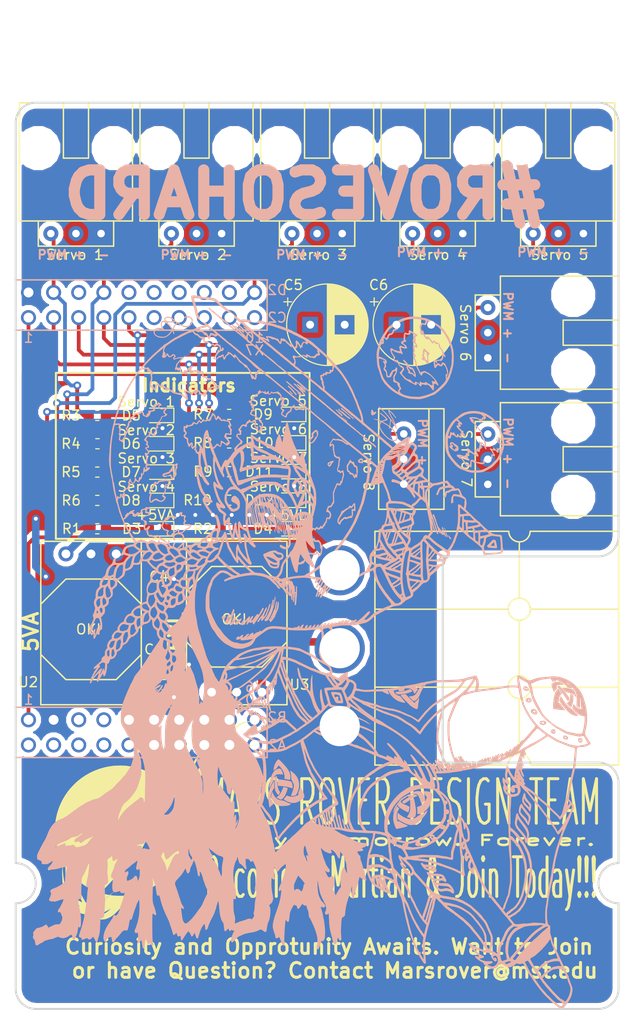
<source format=kicad_pcb>
(kicad_pcb (version 20171130) (host pcbnew "(5.1.2)-1")
  (layers (0 F.Cu signal) (31 B.Cu signal) (34 B.Paste user) (35 F.Paste user) (36 B.SilkS user) (37 F.SilkS user) (38 B.Mask user) (39 F.Mask user) (44 Edge.Cuts user))
  (net 0 "")
  (net 1 GND)
  (net 2 Servo_1_Ctrl)
  (net 3 Servo_2_Ctrl)
  (net 4 Servo_3_Ctrl)
  (net 5 Servo_4_Ctrl)
  (net 6 Servo_5_Ctrl)
  (net 7 Servo_6_Ctrl)
  (net 8 Servo_7_Ctrl)
  (net 9 Servo_8_Ctrl)
  (net 10 +5VL)
  (net 11 +5VA)
  (net 12 "Net-(D3-Pad2)")
  (net 13 "Net-(D4-Pad2)")
  (net 14 "Net-(D5-Pad2)")
  (net 15 "Net-(D6-Pad2)")
  (net 16 "Net-(D7-Pad2)")
  (net 17 "Net-(D8-Pad2)")
  (net 18 "Net-(D9-Pad2)")
  (net 19 "Net-(D10-Pad2)")
  (net 20 "Net-(D11-Pad2)")
  (net 21 "Net-(D12-Pad2)")
  (net 22 +12L)
  (net 23 +12VA)
  (net 24 "Net-(U1-PadPP5)")
  (net 25 "Net-(U1-PadPK7)")
  (net 26 "Net-(U1-PadPK6)")
  (net 27 "Net-(U1-PadPH1)")
  (net 28 "Net-(U1-PadPH0)")
  (net 29 "Net-(U1-PadPM2)")
  (net 30 "Net-(U1-PadPN4)")
  (net 31 "Net-(U1-PadPP4)")
  (net 32 "Net-(U1-PadPD5)")
  (net 33 "Net-(U1-PadPD4)")
  (net 34 "Net-(U1-PadPP1)")
  (net 35 "Net-(U1-PadPP0)")
  (net 36 "Net-(U1-PadPD2)")
  (net 37 "Net-(U1-PadPA5)")
  (net 38 "Net-(U1-PadPK3)")
  (net 39 "Net-(U1-PadPB5)")
  (net 40 "Net-(U1-PadPB4)")
  (net 41 "Net-(U1-PadPK1)")
  (net 42 "Net-(U1-PadPK2)")
  (net 43 "Net-(U1-PadPN5)")
  (net 44 "Net-(U1-PadRese')")
  (net 45 "Net-(U1-PadPA4)")
  (net 46 "Net-(U1-PadPQ0)")
  (net 47 "Net-(U1-PadPP3)")
  (net 48 "Net-(U1-PadPQ3)")
  (net 49 "Net-(U1-PadPK0)")
  (net 50 "Net-(U1-PadPQ2)")
  (net 51 "Net-(U1-PadPQ1)")
  (module MRDT_Silkscreens:0_MRDT_Logo_20mm (layer F.Cu) (at 106.934 134.366)
    (fp_text reference G*** hide)
    (fp_text value LOGO hide)
  )
  (module MRDT_Silkscreens:zz_Valkyrie_Logo_Full_58.4mmx76mm (layer B.Cu) (at 123.444 116.586 180)
    (fp_text reference G*** hide)
    (fp_text value LOGO hide)
  )
  (module MRDT_Devices:OKI_Horizontal (layer F.Cu) (at 95.504 106.172)
    (fp_text reference U2 (at -1.27 14.224) (layer F.SilkS))
    (fp_text value OKI (at 4.826 8.89) (layer F.SilkS))
    (pad 3 thru_hole circle (at 7.62 1.27) (size 1.524 1.524) (drill 0.889) (layers *.Cu *.Mask) (net 11 +5VA))
    (pad 2 thru_hole circle (at 5.08 1.27) (size 1.524 1.524) (drill 0.889) (layers *.Cu *.Mask) (net 1 GND))
    (pad 1 thru_hole circle (at 2.54 1.27) (size 1.524 1.524) (drill 0.889) (layers *.Cu *.Mask) (net 23 +12VA))
  )
  (module MRDT_Devices:OKI_Horizontal (layer F.Cu) (at 120.396 122.682 180)
    (fp_text reference U3 (at -1.27 2.032 180) (layer F.SilkS))
    (fp_text value OKI (at 5.334 8.636 180) (layer F.SilkS))
    (pad 3 thru_hole circle (at 7.62 1.27 180) (size 1.524 1.524) (drill 0.889) (layers *.Cu *.Mask) (net 10 +5VL))
    (pad 2 thru_hole circle (at 5.08 1.27 180) (size 1.524 1.524) (drill 0.889) (layers *.Cu *.Mask) (net 1 GND))
    (pad 1 thru_hole circle (at 2.54 1.27 180) (size 1.524 1.524) (drill 0.889) (layers *.Cu *.Mask) (net 22 +12L))
  )
  (module MRDT_Connectors:MOLEX_SL_03_Vertical (layer F.Cu) (at 134.747 92.7735 270)
    (fp_text reference Conn9 hide)
    (fp_text value Molex_SL_03)
    (pad 3 thru_hole circle (at 7.62 2.54 270) (size 1.524 1.524) (drill 0.762) (layers *.Cu *.Mask) (net 1 GND))
    (pad 2 thru_hole circle (at 5.08 2.54 270) (size 1.524 1.524) (drill 0.762) (layers *.Cu *.Mask) (net 11 +5VA))
    (pad 1 thru_hole circle (at 2.54 2.54 270) (size 1.524 1.524) (drill 0.762) (layers *.Cu *.Mask) (net 9 Servo_8_Ctrl))
  )
  (module MRDT_Shields:TM4C129E_Launchpad_X7_THT_BOTTOM (layer F.Cu) (at 92.989001 128.015001)
    (fp_text reference U1 hide)
    (fp_text value TM4C129E_Launchpad hide)
    (fp_text user A2 (at 26.416 -1.27 180) (layer B.SilkS) (effects (justify mirror)))
    (fp_text user B2 (at 26.416 -4.064 180) (layer B.SilkS) (effects (justify mirror)))
    (fp_text user D2 (at 26.416 -47.244) (layer B.SilkS) (effects (justify mirror)))
    (fp_text user C2 (at 26.416 -44.45 180) (layer B.SilkS) (effects (justify mirror)))
    (fp_text user X6 (at 24.13 -7.112) (layer B.SilkS) (effects (justify mirror)))
    (fp_text user X7 (at 24.13 -41.148 180) (layer B.SilkS) (effects (justify mirror)))
    (fp_text user 1 (at 1.27 -5.842 180) (layer B.SilkS) (effects (justify mirror)))
    (fp_text user 10 (at 24.13 -5.842 180) (layer B.SilkS) (effects (justify mirror)))
    (fp_text user 10 (at 24.13 -42.418 180) (layer B.SilkS) (effects (justify mirror)))
    (fp_text user 1 (at 1.27 -42.418 180) (layer B.SilkS) (effects (justify mirror)))
    (pad PP5 thru_hole circle (at 6.35 -46.99 180) (size 1.52 1.52) (drill 1) (layers *.Cu *.Mask F.Paste) (net 24 "Net-(U1-PadPP5)"))
    (pad PM7 thru_hole circle (at 3.81 -46.99 180) (size 1.52 1.52) (drill 1) (layers *.Cu *.Mask F.Paste) (net 2 Servo_1_Ctrl))
    (pad GND thru_hole circle (at 1.27 -46.99 180) (size 1.52 1.52) (drill 1) (layers *.Cu *.Mask F.Paste) (net 1 GND))
    (pad PK7 thru_hole circle (at 24.13 -44.45 180) (size 1.52 1.52) (drill 1) (layers *.Cu *.Mask F.Paste) (net 25 "Net-(U1-PadPK7)"))
    (pad PK6 thru_hole circle (at 21.59 -44.45 180) (size 1.52 1.52) (drill 1) (layers *.Cu *.Mask F.Paste) (net 26 "Net-(U1-PadPK6)"))
    (pad PH1 thru_hole circle (at 19.05 -44.45 180) (size 1.52 1.52) (drill 1) (layers *.Cu *.Mask F.Paste) (net 27 "Net-(U1-PadPH1)"))
    (pad PH0 thru_hole circle (at 16.51 -44.45 180) (size 1.52 1.52) (drill 1) (layers *.Cu *.Mask F.Paste) (net 28 "Net-(U1-PadPH0)"))
    (pad PM2 thru_hole circle (at 13.97 -44.45 180) (size 1.52 1.52) (drill 1) (layers *.Cu *.Mask F.Paste) (net 29 "Net-(U1-PadPM2)"))
    (pad PM1 thru_hole circle (at 11.43 -44.45 180) (size 1.52 1.52) (drill 1) (layers *.Cu *.Mask F.Paste) (net 5 Servo_4_Ctrl))
    (pad PM0 thru_hole circle (at 8.89 -44.45 180) (size 1.52 1.52) (drill 1) (layers *.Cu *.Mask F.Paste) (net 6 Servo_5_Ctrl))
    (pad PK5 thru_hole circle (at 6.35 -44.45 180) (size 1.52 1.52) (drill 1) (layers *.Cu *.Mask F.Paste) (net 7 Servo_6_Ctrl))
    (pad PK4 thru_hole circle (at 3.81 -44.45 180) (size 1.52 1.52) (drill 1) (layers *.Cu *.Mask F.Paste) (net 8 Servo_7_Ctrl))
    (pad PG1 thru_hole circle (at 1.27 -44.45 180) (size 1.52 1.52) (drill 1) (layers *.Cu *.Mask F.Paste) (net 9 Servo_8_Ctrl))
    (pad PN4 thru_hole circle (at 24.13 -1.27 180) (size 1.52 1.52) (drill 1) (layers *.Cu *.Mask F.Paste) (net 30 "Net-(U1-PadPN4)"))
    (pad PP4 thru_hole circle (at 19.05 -1.27 180) (size 1.52 1.52) (drill 1) (layers *.Cu *.Mask F.Paste) (net 31 "Net-(U1-PadPP4)"))
    (pad PD5 thru_hole circle (at 13.97 -1.27 180) (size 1.52 1.52) (drill 1) (layers *.Cu *.Mask F.Paste) (net 32 "Net-(U1-PadPD5)"))
    (pad PD4 thru_hole circle (at 11.43 -1.27 180) (size 1.52 1.52) (drill 1) (layers *.Cu *.Mask F.Paste) (net 33 "Net-(U1-PadPD4)"))
    (pad PP1 thru_hole circle (at 8.89 -1.27 180) (size 1.52 1.52) (drill 1) (layers *.Cu *.Mask F.Paste) (net 34 "Net-(U1-PadPP1)"))
    (pad PP0 thru_hole circle (at 6.35 -1.27 180) (size 1.52 1.52) (drill 1) (layers *.Cu *.Mask F.Paste) (net 35 "Net-(U1-PadPP0)"))
    (pad PD2 thru_hole circle (at 3.81 -1.27 180) (size 1.52 1.52) (drill 1) (layers *.Cu *.Mask F.Paste) (net 36 "Net-(U1-PadPD2)"))
    (pad PA5 thru_hole circle (at 24.13 -3.81 180) (size 1.52 1.52) (drill 1) (layers *.Cu *.Mask F.Paste) (net 37 "Net-(U1-PadPA5)"))
    (pad PK3 thru_hole circle (at 19.05 -3.81 180) (size 1.52 1.52) (drill 1) (layers *.Cu *.Mask F.Paste) (net 38 "Net-(U1-PadPK3)"))
    (pad PB5 thru_hole circle (at 8.89 -3.81 180) (size 1.52 1.52) (drill 1) (layers *.Cu *.Mask F.Paste) (net 39 "Net-(U1-PadPB5)"))
    (pad PB4 thru_hole circle (at 6.35 -3.81 180) (size 1.52 1.52) (drill 1) (layers *.Cu *.Mask F.Paste) (net 40 "Net-(U1-PadPB4)"))
    (pad GND thru_hole circle (at 3.81 -3.81 180) (size 1.52 1.52) (drill 1) (layers *.Cu *.Mask F.Paste) (net 1 GND))
    (pad +5V' thru_hole circle (at 1.27 -3.81 180) (size 1.52 1.52) (drill 1) (layers *.Cu *.Mask F.Paste) (net 10 +5VL))
    (pad PK1 thru_hole circle (at 13.97 -3.81 180) (size 1.52 1.52) (drill 1) (layers *.Cu *.Mask F.Paste) (net 41 "Net-(U1-PadPK1)"))
    (pad PK2 thru_hole circle (at 16.51 -3.81 180) (size 1.52 1.52) (drill 1) (layers *.Cu *.Mask F.Paste) (net 42 "Net-(U1-PadPK2)"))
    (pad PN5 thru_hole circle (at 21.59 -1.27 180) (size 1.52 1.52) (drill 1) (layers *.Cu *.Mask F.Paste) (net 43 "Net-(U1-PadPN5)"))
    (pad PA7 thru_hole circle (at 8.89 -46.99 180) (size 1.52 1.52) (drill 1) (layers *.Cu *.Mask F.Paste) (net 3 Servo_2_Ctrl))
    (pad Rese' thru_hole circle (at 11.43 -46.99 180) (size 1.52 1.52) (drill 1) (layers *.Cu *.Mask F.Paste) (net 44 "Net-(U1-PadRese')"))
    (pad PA4 thru_hole circle (at 21.59 -3.81 180) (size 1.52 1.52) (drill 1) (layers *.Cu *.Mask F.Paste) (net 45 "Net-(U1-PadPA4)"))
    (pad PQ0 thru_hole circle (at 16.51 -1.27 180) (size 1.52 1.52) (drill 1) (layers *.Cu *.Mask F.Paste) (net 46 "Net-(U1-PadPQ0)"))
    (pad PP3 thru_hole circle (at 19.05 -46.99 180) (size 1.52 1.52) (drill 1) (layers *.Cu *.Mask F.Paste) (net 47 "Net-(U1-PadPP3)"))
    (pad PQ3 thru_hole circle (at 16.51 -46.99 180) (size 1.52 1.52) (drill 1) (layers *.Cu *.Mask F.Paste) (net 48 "Net-(U1-PadPQ3)"))
    (pad PK0 thru_hole circle (at 11.43 -3.81 180) (size 1.52 1.52) (drill 1) (layers *.Cu *.Mask F.Paste) (net 49 "Net-(U1-PadPK0)"))
    (pad PQ2 thru_hole circle (at 13.97 -46.99 180) (size 1.52 1.52) (drill 1) (layers *.Cu *.Mask F.Paste) (net 50 "Net-(U1-PadPQ2)"))
    (pad PQ1 thru_hole circle (at 21.59 -46.99 180) (size 1.52 1.52) (drill 1) (layers *.Cu *.Mask F.Paste) (net 51 "Net-(U1-PadPQ1)"))
    (pad PM6 thru_hole circle (at 24.13 -46.99 180) (size 1.52 1.52) (drill 1) (layers *.Cu *.Mask F.Paste) (net 4 Servo_3_Ctrl))
    (pad +3V3' thru_hole circle (at 1.27 -1.27 180) (size 1.52 1.52) (drill 1) (layers *.Cu *.Mask F.Paste))
  )
  (module Capacitor_SMD:C_0603_1608Metric_Pad1.05x0.95mm_HandSolder (layer B.Cu) (at 107.95 106.285 90)
    (fp_text reference C2 (at 0.113 1.524 90) (layer B.SilkS) (effects (justify mirror)))
    (fp_text value 10uF)
    (pad 2 smd roundrect (at 0.875 0 90) (size 1.05 0.95) (layers B.Cu B.Paste B.Mask) (net 23 +12VA))
    (pad 1 smd roundrect (at -0.875 0 90) (size 1.05 0.95) (layers B.Cu B.Paste B.Mask) (net 1 GND))
  )
  (module Capacitor_SMD:C_0603_1608Metric_Pad1.05x0.95mm_HandSolder (layer F.Cu) (at 107.95 111.2012)
    (fp_text reference C4 (at -0.508 -1.4732) (layer F.SilkS))
    (fp_text value 10uF)
    (pad 2 smd roundrect (at 0.875 0) (size 1.05 0.95) (layers F.Cu F.Paste F.Mask) (net 1 GND))
    (pad 1 smd roundrect (at -0.875 0) (size 1.05 0.95) (layers F.Cu F.Paste F.Mask) (net 11 +5VA))
  )
  (module Resistor_SMD:R_0603_1608Metric_Pad1.05x0.95mm_HandSolder (layer F.Cu) (at 114.554 93.345)
    (fp_text reference R7 (at -2.667 0) (layer F.SilkS))
    (fp_text value 500)
    (pad 2 smd roundrect (at 0.875 0) (size 1.05 0.95) (layers F.Cu F.Paste F.Mask) (net 18 "Net-(D9-Pad2)"))
    (pad 1 smd roundrect (at -0.875 0) (size 1.05 0.95) (layers F.Cu F.Paste F.Mask) (net 6 Servo_5_Ctrl))
  )
  (module Capacitor_SMD:C_0603_1608Metric_Pad1.05x0.95mm_HandSolder (layer F.Cu) (at 107.95 120.65)
    (fp_text reference C3 (at -1.016 1.524) (layer F.SilkS))
    (fp_text value 10uF)
    (pad 2 smd roundrect (at 0.875 0) (size 1.05 0.95) (layers F.Cu F.Paste F.Mask) (net 1 GND))
    (pad 1 smd roundrect (at -0.875 0) (size 1.05 0.95) (layers F.Cu F.Paste F.Mask) (net 10 +5VL))
  )
  (module Diode_SMD:D_0603_1608Metric_Pad1.05x0.95mm_HandSolder (layer F.Cu) (at 107.301 104.901997 180)
    (fp_text reference D3 (at 2.6022 0 180) (layer F.SilkS))
    (fp_text value 5V_Act_LED)
    (pad 2 smd roundrect (at 0.875 0 180) (size 1.05 0.95) (layers F.Cu F.Paste F.Mask) (net 12 "Net-(D3-Pad2)"))
    (pad 1 smd roundrect (at -0.875 0 180) (size 1.05 0.95) (layers F.Cu F.Paste F.Mask) (net 1 GND))
  )
  (module Diode_SMD:D_0603_1608Metric_Pad1.05x0.95mm_HandSolder (layer F.Cu) (at 120.65 104.901997 180)
    (fp_text reference D4 (at 2.6657 0 180) (layer F.SilkS))
    (fp_text value 5V_Log_LED)
    (pad 2 smd roundrect (at 0.875 0 180) (size 1.05 0.95) (layers F.Cu F.Paste F.Mask) (net 13 "Net-(D4-Pad2)"))
    (pad 1 smd roundrect (at -0.875 0 180) (size 1.05 0.95) (layers F.Cu F.Paste F.Mask) (net 1 GND))
  )
  (module Diode_SMD:D_0603_1608Metric_Pad1.05x0.95mm_HandSolder (layer F.Cu) (at 107.301 93.447333 180)
    (fp_text reference D5 (at 2.653 0 180) (layer F.SilkS))
    (fp_text value Ctrl_1_LED)
    (pad 2 smd roundrect (at 0.875 0 180) (size 1.05 0.95) (layers F.Cu F.Paste F.Mask) (net 14 "Net-(D5-Pad2)"))
    (pad 1 smd roundrect (at -0.875 0 180) (size 1.05 0.95) (layers F.Cu F.Paste F.Mask) (net 1 GND))
  )
  (module Diode_SMD:D_0603_1608Metric_Pad1.05x0.95mm_HandSolder (layer F.Cu) (at 107.301 96.310999 180)
    (fp_text reference D6 (at 2.653 0 180) (layer F.SilkS))
    (fp_text value Ctrl_2_LED)
    (pad 2 smd roundrect (at 0.875 0 180) (size 1.05 0.95) (layers F.Cu F.Paste F.Mask) (net 15 "Net-(D6-Pad2)"))
    (pad 1 smd roundrect (at -0.875 0 180) (size 1.05 0.95) (layers F.Cu F.Paste F.Mask) (net 1 GND))
  )
  (module Diode_SMD:D_0603_1608Metric_Pad1.05x0.95mm_HandSolder (layer F.Cu) (at 107.301 99.174665 180)
    (fp_text reference D7 (at 2.667 0 180) (layer F.SilkS))
    (fp_text value Ctrl_3_LED)
    (pad 2 smd roundrect (at 0.875 0 180) (size 1.05 0.95) (layers F.Cu F.Paste F.Mask) (net 16 "Net-(D7-Pad2)"))
    (pad 1 smd roundrect (at -0.875 0 180) (size 1.05 0.95) (layers F.Cu F.Paste F.Mask) (net 1 GND))
  )
  (module Diode_SMD:D_0603_1608Metric_Pad1.05x0.95mm_HandSolder (layer F.Cu) (at 107.301 102.038331 180)
    (fp_text reference D8 (at 2.667 0 180) (layer F.SilkS))
    (fp_text value Ctrl_4_LED)
    (pad 2 smd roundrect (at 0.875 0 180) (size 1.05 0.95) (layers F.Cu F.Paste F.Mask) (net 17 "Net-(D8-Pad2)"))
    (pad 1 smd roundrect (at -0.875 0 180) (size 1.05 0.95) (layers F.Cu F.Paste F.Mask) (net 1 GND))
  )
  (module Diode_SMD:D_0603_1608Metric_Pad1.05x0.95mm_HandSolder (layer F.Cu) (at 120.65 93.345 180)
    (fp_text reference D9 (at 2.667 0 180) (layer F.SilkS))
    (fp_text value Ctrl_5_LED)
    (pad 2 smd roundrect (at 0.875 0 180) (size 1.05 0.95) (layers F.Cu F.Paste F.Mask) (net 18 "Net-(D9-Pad2)"))
    (pad 1 smd roundrect (at -0.875 0 180) (size 1.05 0.95) (layers F.Cu F.Paste F.Mask) (net 1 GND))
  )
  (module Diode_SMD:D_0603_1608Metric_Pad1.05x0.95mm_HandSolder (layer F.Cu) (at 120.65 96.2279 180)
    (fp_text reference D10 (at 3.048 0 180) (layer F.SilkS))
    (fp_text value Ctrl_6_LED)
    (pad 2 smd roundrect (at 0.875 0 180) (size 1.05 0.95) (layers F.Cu F.Paste F.Mask) (net 19 "Net-(D10-Pad2)"))
    (pad 1 smd roundrect (at -0.875 0 180) (size 1.05 0.95) (layers F.Cu F.Paste F.Mask) (net 1 GND))
  )
  (module Diode_SMD:D_0603_1608Metric_Pad1.05x0.95mm_HandSolder (layer F.Cu) (at 120.65 99.1235 180)
    (fp_text reference D11 (at 3.048 0 180) (layer F.SilkS))
    (fp_text value Ctrl_7_LED)
    (pad 2 smd roundrect (at 0.875 0 180) (size 1.05 0.95) (layers F.Cu F.Paste F.Mask) (net 20 "Net-(D11-Pad2)"))
    (pad 1 smd roundrect (at -0.875 0 180) (size 1.05 0.95) (layers F.Cu F.Paste F.Mask) (net 1 GND))
  )
  (module Diode_SMD:D_0603_1608Metric_Pad1.05x0.95mm_HandSolder (layer F.Cu) (at 120.65 102.0191 180)
    (fp_text reference D12 (at 3.048 0 180) (layer F.SilkS))
    (fp_text value Ctrl_8_LED)
    (pad 2 smd roundrect (at 0.875 0 180) (size 1.05 0.95) (layers F.Cu F.Paste F.Mask) (net 21 "Net-(D12-Pad2)"))
    (pad 1 smd roundrect (at -0.875 0 180) (size 1.05 0.95) (layers F.Cu F.Paste F.Mask) (net 1 GND))
  )
  (module Resistor_SMD:R_0603_1608Metric_Pad1.05x0.95mm_HandSolder (layer F.Cu) (at 101.219 104.902)
    (fp_text reference R1 (at -2.6035 0) (layer F.SilkS))
    (fp_text value 500)
    (pad 2 smd roundrect (at 0.875 0) (size 1.05 0.95) (layers F.Cu F.Paste F.Mask) (net 12 "Net-(D3-Pad2)"))
    (pad 1 smd roundrect (at -0.875 0) (size 1.05 0.95) (layers F.Cu F.Paste F.Mask) (net 11 +5VA))
  )
  (module Resistor_SMD:R_0603_1608Metric_Pad1.05x0.95mm_HandSolder (layer F.Cu) (at 114.554 104.902)
    (fp_text reference R2 (at -2.667 0) (layer F.SilkS))
    (fp_text value 500)
    (pad 2 smd roundrect (at 0.875 0) (size 1.05 0.95) (layers F.Cu F.Paste F.Mask) (net 13 "Net-(D4-Pad2)"))
    (pad 1 smd roundrect (at -0.875 0) (size 1.05 0.95) (layers F.Cu F.Paste F.Mask) (net 10 +5VL))
  )
  (module Resistor_SMD:R_0603_1608Metric_Pad1.05x0.95mm_HandSolder (layer F.Cu) (at 101.219 93.4466)
    (fp_text reference R3 (at -2.667 0) (layer F.SilkS))
    (fp_text value 500 hide)
    (pad 2 smd roundrect (at 0.875 0) (size 1.05 0.95) (layers F.Cu F.Paste F.Mask) (net 14 "Net-(D5-Pad2)"))
    (pad 1 smd roundrect (at -0.875 0) (size 1.05 0.95) (layers F.Cu F.Paste F.Mask) (net 2 Servo_1_Ctrl))
  )
  (module Resistor_SMD:R_0603_1608Metric_Pad1.05x0.95mm_HandSolder (layer F.Cu) (at 101.233 96.31045)
    (fp_text reference R4 (at -2.681 0) (layer F.SilkS))
    (fp_text value 500)
    (pad 2 smd roundrect (at 0.875 0) (size 1.05 0.95) (layers F.Cu F.Paste F.Mask) (net 15 "Net-(D6-Pad2)"))
    (pad 1 smd roundrect (at -0.875 0) (size 1.05 0.95) (layers F.Cu F.Paste F.Mask) (net 3 Servo_2_Ctrl))
  )
  (module Resistor_SMD:R_0603_1608Metric_Pad1.05x0.95mm_HandSolder (layer F.Cu) (at 101.219 99.1743)
    (fp_text reference R5 (at -2.667 0) (layer F.SilkS))
    (fp_text value 500)
    (pad 2 smd roundrect (at 0.875 0) (size 1.05 0.95) (layers F.Cu F.Paste F.Mask) (net 16 "Net-(D7-Pad2)"))
    (pad 1 smd roundrect (at -0.875 0) (size 1.05 0.95) (layers F.Cu F.Paste F.Mask) (net 4 Servo_3_Ctrl))
  )
  (module Resistor_SMD:R_0603_1608Metric_Pad1.05x0.95mm_HandSolder (layer F.Cu) (at 101.219 102.03815)
    (fp_text reference R6 (at -2.6416 0.00635) (layer F.SilkS))
    (fp_text value 500)
    (pad 2 smd roundrect (at 0.875 0) (size 1.05 0.95) (layers F.Cu F.Paste F.Mask) (net 17 "Net-(D8-Pad2)"))
    (pad 1 smd roundrect (at -0.875 0) (size 1.05 0.95) (layers F.Cu F.Paste F.Mask) (net 5 Servo_4_Ctrl))
  )
  (module Resistor_SMD:R_0603_1608Metric_Pad1.05x0.95mm_HandSolder (layer F.Cu) (at 114.554 96.23425)
    (fp_text reference R8 (at -2.667 0) (layer F.SilkS))
    (fp_text value 500)
    (pad 2 smd roundrect (at 0.875 0) (size 1.05 0.95) (layers F.Cu F.Paste F.Mask) (net 19 "Net-(D10-Pad2)"))
    (pad 1 smd roundrect (at -0.875 0) (size 1.05 0.95) (layers F.Cu F.Paste F.Mask) (net 7 Servo_6_Ctrl))
  )
  (module Resistor_SMD:R_0603_1608Metric_Pad1.05x0.95mm_HandSolder (layer F.Cu) (at 114.554 99.1235)
    (fp_text reference R9 (at -2.653 0) (layer F.SilkS))
    (fp_text value 500)
    (pad 2 smd roundrect (at 0.875 0) (size 1.05 0.95) (layers F.Cu F.Paste F.Mask) (net 20 "Net-(D11-Pad2)"))
    (pad 1 smd roundrect (at -0.875 0) (size 1.05 0.95) (layers F.Cu F.Paste F.Mask) (net 8 Servo_7_Ctrl))
  )
  (module Resistor_SMD:R_0603_1608Metric_Pad1.05x0.95mm_HandSolder (layer F.Cu) (at 114.554 102.01275)
    (fp_text reference R10 (at -3.189 0) (layer F.SilkS))
    (fp_text value 500)
    (pad 2 smd roundrect (at 0.875 0) (size 1.05 0.95) (layers F.Cu F.Paste F.Mask) (net 21 "Net-(D12-Pad2)"))
    (pad 1 smd roundrect (at -0.875 0) (size 1.05 0.95) (layers F.Cu F.Paste F.Mask) (net 9 Servo_8_Ctrl))
  )
  (module Capacitor_SMD:C_0603_1608Metric_Pad1.05x0.95mm_HandSolder (layer F.Cu) (at 107.95 118.618)
    (fp_text reference C1 (at -1.016 -1.524) (layer F.SilkS))
    (fp_text value 10uF)
    (pad 2 smd roundrect (at 0.875 0) (size 1.05 0.95) (layers F.Cu F.Paste F.Mask) (net 1 GND))
    (pad 1 smd roundrect (at -0.875 0) (size 1.05 0.95) (layers F.Cu F.Paste F.Mask) (net 22 +12L))
  )
  (module MRDT_Connectors:Anderson_3_Horizontal_Side_by_Side (layer F.Cu) (at 129.286 105.156 180)
    (fp_text reference Conn1 hide)
    (fp_text value AndersonPP)
    (pad 3 thru_hole circle (at 3.556 -3.937 180) (size 5.08 5.08) (drill 4.06) (layers *.Cu *.Mask F.Paste) (net 23 +12VA))
    (pad 2 thru_hole circle (at 3.556 -11.811 180) (size 5.08 5.08) (drill 4.06) (layers *.Cu *.Mask F.Paste) (net 22 +12L))
    (pad 1 thru_hole circle (at 3.556 -19.685 180) (size 5.08 5.08) (drill 4.06) (layers *.Cu *.Mask F.Paste) (net 1 GND))
  )
  (module MRDT_Connectors:MOLEX_SL_03_Horizontal (layer F.Cu) (at 99.06 75.073001)
    (fp_text reference Conn2 hide)
    (fp_text value Molex_SL_03)
    (pad 1 thru_hole circle (at -2.54 0) (size 1.524 1.524) (drill 0.762) (layers *.Cu *.Mask) (net 2 Servo_1_Ctrl))
    (pad 2 thru_hole circle (at 0 0) (size 1.524 1.524) (drill 0.762) (layers *.Cu *.Mask) (net 11 +5VA))
    (pad 3 thru_hole circle (at 2.54 0) (size 1.524 1.524) (drill 0.762) (layers *.Cu *.Mask) (net 1 GND))
    (pad "" np_thru_hole circle (at -3.81 -8.636) (size 3.45 3.45) (drill 3.45) (layers *.Cu *.Mask))
    (pad "" np_thru_hole circle (at 3.81 -8.636) (size 3.45 3.45) (drill 3.45) (layers *.Cu *.Mask))
  )
  (module MRDT_Connectors:MOLEX_SL_03_Horizontal (layer F.Cu) (at 111.252 75.073001)
    (fp_text reference Conn3 hide)
    (fp_text value Molex_SL_03)
    (pad "" np_thru_hole circle (at 3.81 -8.636) (size 3.45 3.45) (drill 3.45) (layers *.Cu *.Mask))
    (pad "" np_thru_hole circle (at -3.81 -8.636) (size 3.45 3.45) (drill 3.45) (layers *.Cu *.Mask))
    (pad 3 thru_hole circle (at 2.54 0) (size 1.524 1.524) (drill 0.762) (layers *.Cu *.Mask) (net 1 GND))
    (pad 2 thru_hole circle (at 0 0) (size 1.524 1.524) (drill 0.762) (layers *.Cu *.Mask) (net 11 +5VA))
    (pad 1 thru_hole circle (at -2.54 0) (size 1.524 1.524) (drill 0.762) (layers *.Cu *.Mask) (net 3 Servo_2_Ctrl))
  )
  (module MRDT_Connectors:MOLEX_SL_03_Horizontal (layer F.Cu) (at 123.444 75.073001)
    (fp_text reference Conn4 hide)
    (fp_text value Molex_SL_03)
    (pad 1 thru_hole circle (at -2.54 0) (size 1.524 1.524) (drill 0.762) (layers *.Cu *.Mask) (net 4 Servo_3_Ctrl))
    (pad 2 thru_hole circle (at 0 0) (size 1.524 1.524) (drill 0.762) (layers *.Cu *.Mask) (net 11 +5VA))
    (pad 3 thru_hole circle (at 2.54 0) (size 1.524 1.524) (drill 0.762) (layers *.Cu *.Mask) (net 1 GND))
    (pad "" np_thru_hole circle (at -3.81 -8.636) (size 3.45 3.45) (drill 3.45) (layers *.Cu *.Mask))
    (pad "" np_thru_hole circle (at 3.81 -8.636) (size 3.45 3.45) (drill 3.45) (layers *.Cu *.Mask))
  )
  (module MRDT_Connectors:MOLEX_SL_03_Horizontal (layer F.Cu) (at 135.636 75.073001)
    (fp_text reference Conn5 hide)
    (fp_text value Molex_SL_03)
    (pad "" np_thru_hole circle (at 3.81 -8.636) (size 3.45 3.45) (drill 3.45) (layers *.Cu *.Mask))
    (pad "" np_thru_hole circle (at -3.81 -8.636) (size 3.45 3.45) (drill 3.45) (layers *.Cu *.Mask))
    (pad 3 thru_hole circle (at 2.54 0) (size 1.524 1.524) (drill 0.762) (layers *.Cu *.Mask) (net 1 GND))
    (pad 2 thru_hole circle (at 0 0) (size 1.524 1.524) (drill 0.762) (layers *.Cu *.Mask) (net 11 +5VA))
    (pad 1 thru_hole circle (at -2.54 0) (size 1.524 1.524) (drill 0.762) (layers *.Cu *.Mask) (net 5 Servo_4_Ctrl))
  )
  (module MRDT_Connectors:MOLEX_SL_03_Horizontal (layer F.Cu) (at 147.828 75.073001)
    (fp_text reference Conn6 hide)
    (fp_text value Molex_SL_03)
    (pad 1 thru_hole circle (at -2.54 0) (size 1.524 1.524) (drill 0.762) (layers *.Cu *.Mask) (net 6 Servo_5_Ctrl))
    (pad 2 thru_hole circle (at 0 0) (size 1.524 1.524) (drill 0.762) (layers *.Cu *.Mask) (net 11 +5VA))
    (pad 3 thru_hole circle (at 2.54 0) (size 1.524 1.524) (drill 0.762) (layers *.Cu *.Mask) (net 1 GND))
    (pad "" np_thru_hole circle (at -3.81 -8.636) (size 3.45 3.45) (drill 3.45) (layers *.Cu *.Mask))
    (pad "" np_thru_hole circle (at 3.81 -8.636) (size 3.45 3.45) (drill 3.45) (layers *.Cu *.Mask))
  )
  (module MRDT_Connectors:MOLEX_SL_03_Horizontal (layer F.Cu) (at 140.705043 85.09 270)
    (fp_text reference Conn7 hide)
    (fp_text value Molex_SL_03)
    (pad "" np_thru_hole circle (at 3.81 -8.636 270) (size 3.45 3.45) (drill 3.45) (layers *.Cu *.Mask))
    (pad "" np_thru_hole circle (at -3.81 -8.636 270) (size 3.45 3.45) (drill 3.45) (layers *.Cu *.Mask))
    (pad 3 thru_hole circle (at 2.54 0 270) (size 1.524 1.524) (drill 0.762) (layers *.Cu *.Mask) (net 1 GND))
    (pad 2 thru_hole circle (at 0 0 270) (size 1.524 1.524) (drill 0.762) (layers *.Cu *.Mask) (net 11 +5VA))
    (pad 1 thru_hole circle (at -2.54 0 270) (size 1.524 1.524) (drill 0.762) (layers *.Cu *.Mask) (net 7 Servo_6_Ctrl))
  )
  (module MRDT_Connectors:MOLEX_SL_03_Horizontal (layer F.Cu) (at 140.705043 97.874522 270)
    (fp_text reference Conn8 hide)
    (fp_text value Molex_SL_03)
    (pad 1 thru_hole circle (at -2.54 0 270) (size 1.524 1.524) (drill 0.762) (layers *.Cu *.Mask) (net 8 Servo_7_Ctrl))
    (pad 2 thru_hole circle (at 0 0 270) (size 1.524 1.524) (drill 0.762) (layers *.Cu *.Mask) (net 11 +5VA))
    (pad 3 thru_hole circle (at 2.54 0 270) (size 1.524 1.524) (drill 0.762) (layers *.Cu *.Mask) (net 1 GND))
    (pad "" np_thru_hole circle (at -3.81 -8.636 270) (size 3.45 3.45) (drill 3.45) (layers *.Cu *.Mask))
    (pad "" np_thru_hole circle (at 3.81 -8.636 270) (size 3.45 3.45) (drill 3.45) (layers *.Cu *.Mask))
  )
  (module Capacitor_THT:CP_Radial_D8.0mm_P3.50mm (layer F.Cu) (at 122.734699 84.285001)
    (fp_text reference C5 (at -1.703699 -4.021001) (layer F.SilkS))
    (fp_text value 470u)
    (pad 1 thru_hole rect (at 0 0) (size 1.6 1.6) (drill 0.8) (layers *.Cu *.Mask) (net 11 +5VA))
    (pad 2 thru_hole circle (at 3.5 0) (size 1.6 1.6) (drill 0.8) (layers *.Cu *.Mask) (net 1 GND))
  )
  (module Capacitor_THT:CP_Radial_D8.0mm_P3.50mm (layer F.Cu) (at 131.474699 84.285001)
    (fp_text reference C6 (at -1.807699 -4.021001) (layer F.SilkS))
    (fp_text value 470u)
    (pad 2 thru_hole circle (at 3.5 0) (size 1.6 1.6) (drill 0.8) (layers *.Cu *.Mask) (net 1 GND))
    (pad 1 thru_hole rect (at 0 0) (size 1.6 1.6) (drill 0.8) (layers *.Cu *.Mask) (net 11 +5VA))
  )
  (gr_text "Curiosity and Opprotunity Awaits. Want to Join \nor have Question? Contact Marsrover@mst.edu" (at 125.222 148.336) (layer F.SilkS) (effects (font (size 1.5 1.5) (thickness 0.3))))
  (gr_text "Become a Martian & Join Today!!!" (at 131.953 140.208) (layer F.SilkS) (effects (font (size 4 1.525) (thickness 0.3))))
  (gr_text "Today. Tomorrow. Forever." (at 131.826 136.398) (layer F.SilkS) (effects (font (size 1 2) (thickness 0.25))))
  (gr_text "MARS ROVER DESIGN TEAM" (at 132.08 132.588) (layer F.SilkS) (effects (font (size 4.5 2) (thickness 0.3))))
  (gr_text "#ROVESOHARD" (at 122.174 71.12) (layer B.SilkS) (effects (font (size 4.506001 4.506001) (thickness 1.1265)) (justify mirror)))
  (gr_text "PWM +  -" (at 134.112 97.409 270) (layer B.SilkS) (effects (font (size 0.9 0.9) (thickness 0.2))))
  (gr_text "PWM +  -" (at 142.748 97.282 270) (layer B.SilkS) (effects (font (size 0.9 0.9) (thickness 0.2))))
  (gr_text "PWM +  -" (at 142.748 84.582 270) (layer B.SilkS) (effects (font (size 0.9 0.9) (thickness 0.2))))
  (gr_text "PWM +  -" (at 98.806 77.216) (layer B.SilkS) (effects (font (size 0.9 0.9) (thickness 0.2))))
  (gr_text "PWM +  -" (at 111.252 77.216) (layer B.SilkS) (effects (font (size 0.9 0.9) (thickness 0.2))))
  (gr_text "PWM +  -" (at 122.936 77.216) (layer B.SilkS) (effects (font (size 0.9 0.9) (thickness 0.2))))
  (gr_text "PWM +  -" (at 135.128 76.962) (layer B.SilkS) (effects (font (size 0.9 0.9) (thickness 0.2))))
  (gr_text "PWM +  -" (at 147.32 76.962) (layer B.SilkS) (effects (font (size 0.9 0.9) (thickness 0.2))))
  (gr_text 5VL (at 109.22 115.316 90) (layer F.SilkS) (effects (font (size 1.5 1.5) (thickness 0.3))))
  (gr_text 5VA (at 94.488 115.316 90) (layer F.SilkS) (effects (font (size 1.5 1.5) (thickness 0.3))))
  (gr_arc (start 94.996 151.384) (end 92.964 151.384) (angle -90) (layer Edge.Cuts) (width 0.2))
  (gr_text "Servo 8" (at 128.651 98.171 -90) (layer F.SilkS) (effects (font (size 1 1))))
  (gr_text "Servo 7" (at 138.557 97.79 -90) (layer F.SilkS) (effects (font (size 1 1))))
  (gr_text "Servo 6" (at 138.43 85.09 -90) (layer F.SilkS) (effects (font (size 1 1))))
  (gr_text "Servo 5" (at 147.955 77.216) (layer F.SilkS) (effects (font (size 1 1))))
  (gr_text "Servo 4" (at 135.636 77.216) (layer F.SilkS) (effects (font (size 1 1))))
  (gr_text "Servo 3" (at 123.571 77.216) (layer F.SilkS) (effects (font (size 1 1))))
  (gr_text "Servo 2" (at 111.379 77.216) (layer F.SilkS) (effects (font (size 1 1))))
  (gr_text "Servo 1" (at 98.933 77.216) (layer F.SilkS) (effects (font (size 1 1))))
  (gr_line (start 92.964 138.684) (end 92.964 63.881) (layer Edge.Cuts) (width 0.2))
  (gr_line (start 92.964 151.384) (end 92.964 142.748) (layer Edge.Cuts) (width 0.2))
  (gr_line (start 153.924 138.684) (end 153.924 130.556) (layer Edge.Cuts) (width 0.2))
  (gr_line (start 153.924 151.384) (end 153.924 142.748) (layer Edge.Cuts) (width 0.2))
  (gr_line (start 94.996 153.416) (end 151.892 153.416) (layer Edge.Cuts) (width 0.2))
  (gr_arc (start 151.892 151.384) (end 151.892 153.416) (angle -90) (layer Edge.Cuts) (width 0.2))
  (gr_arc (start 92.964 140.716) (end 92.964 142.748) (angle -180) (layer Edge.Cuts) (width 0.2))
  (gr_arc (start 153.924 140.716) (end 153.924 138.684) (angle -180) (layer Edge.Cuts) (width 0.2))
  (gr_arc (start 151.892 130.556) (end 153.924 130.556) (angle -90) (layer Edge.Cuts) (width 0.2))
  (gr_line (start 136.144 128.524) (end 151.892 128.524) (layer Edge.Cuts) (width 0.2))
  (gr_line (start 136.144 107.696) (end 136.144 128.524) (layer Edge.Cuts) (width 0.2))
  (gr_line (start 151.892 107.696) (end 136.144 107.696) (layer Edge.Cuts) (width 0.2))
  (gr_arc (start 151.892 105.664) (end 151.892 107.696) (angle -90) (layer Edge.Cuts) (width 0.2))
  (gr_line (start 153.924 63.881) (end 153.924 105.664) (layer Edge.Cuts) (width 0.2))
  (gr_line (start 94.996 61.849) (end 151.892 61.849) (layer Edge.Cuts) (width 0.2))
  (gr_arc (start 151.892 63.881) (end 153.924 63.881) (angle -90) (layer Edge.Cuts) (width 0.2))
  (gr_arc (start 94.996 63.881) (end 94.996 61.849) (angle -90) (layer Edge.Cuts) (width 0.2))
  (gr_line (start 122.682 89.154) (end 122.682 105.918) (layer F.SilkS) (width 0.2))
  (gr_line (start 97.028 89.154) (end 122.682 89.154) (layer F.SilkS) (width 0.2))
  (gr_line (start 97.028 105.918) (end 97.028 89.154) (layer F.SilkS) (width 0.2))
  (gr_line (start 122.682 105.918) (end 97.028 105.918) (layer F.SilkS) (width 0.2))
  (gr_text Indicators (at 110.49 90.424) (layer F.SilkS) (effects (font (size 1.27 1.27) (thickness 0.3))))
  (gr_text +5VL (at 120.4214 103.5304) (layer F.SilkS) (effects (font (size 1 1))))
  (gr_text "Servo 8" (at 119.5324 100.6348) (layer F.SilkS) (effects (font (size 1 1))))
  (gr_text "Servo 7" (at 119.5324 97.7392) (layer F.SilkS) (effects (font (size 1 1))))
  (gr_text "Servo 6" (at 119.5324 94.8436) (layer F.SilkS) (effects (font (size 1 1))))
  (gr_text "Servo 5" (at 119.507 91.9734) (layer F.SilkS) (effects (font (size 1 1))))
  (gr_text +5VA (at 107.061 103.505) (layer F.SilkS) (effects (font (size 1 1))))
  (gr_text "Servo 4" (at 106.172 100.6475) (layer F.SilkS) (effects (font (size 1 1))))
  (gr_text "Servo 3" (at 106.172 97.79) (layer F.SilkS) (effects (font (size 1 1))))
  (gr_text "Servo 2" (at 106.172 94.9325) (layer F.SilkS) (effects (font (size 1 1))))
  (gr_text "Servo 1" (at 106.172 92.075) (layer F.SilkS) (effects (font (size 1 1))))
  (via (at 107.809 94.742) (size 0.8) (drill 0.4) (layers F.Cu B.Cu) (net 1))
  (via (at 107.809 97.663) (size 0.8) (drill 0.4) (layers F.Cu B.Cu) (net 1))
  (via (at 107.809 100.584) (size 0.8) (drill 0.4) (layers F.Cu B.Cu) (net 1))
  (via (at 109.347 103.505) (size 0.8) (drill 0.4) (layers F.Cu B.Cu) (net 1))
  (segment (start 121.188142 104.901997) (end 119.791145 103.505) (width 0.381) (layer F.Cu) (net 1))
  (segment (start 121.525 104.901997) (end 121.188142 104.901997) (width 0.381) (layer F.Cu) (net 1))
  (segment (start 111.125 103.505) (end 110.871 103.505) (width 0.381) (layer F.Cu) (net 1))
  (segment (start 111.125 103.505) (end 108.176 103.505) (width 0.381) (layer F.Cu) (net 1))
  (segment (start 119.791145 103.505) (end 118.364 103.505) (width 0.381) (layer F.Cu) (net 1))
  (via (at 111.125 103.505) (size 0.8) (drill 0.4) (layers F.Cu B.Cu) (net 1))
  (via (at 121.13 94.742) (size 0.8) (drill 0.4) (layers F.Cu B.Cu) (net 1))
  (via (at 121.13 97.663) (size 0.8) (drill 0.4) (layers F.Cu B.Cu) (net 1))
  (via (at 121.13 100.584) (size 0.8) (drill 0.4) (layers F.Cu B.Cu) (net 1))
  (segment (start 121.13 103.378) (end 121.13 104.901997) (width 0.381) (layer F.Cu) (net 1))
  (via (at 116.586 103.505) (size 0.8) (drill 0.4) (layers F.Cu B.Cu) (net 1))
  (segment (start 118.364 103.505) (end 114.808 103.505) (width 0.381) (layer F.Cu) (net 1))
  (via (at 118.364 103.505) (size 0.8) (drill 0.4) (layers F.Cu B.Cu) (net 1))
  (segment (start 114.808 103.505) (end 111.125 103.505) (width 0.381) (layer F.Cu) (net 1))
  (via (at 114.808 103.505) (size 0.8) (drill 0.4) (layers F.Cu B.Cu) (net 1))
  (via (at 110.49 118.618) (size 0.8) (drill 0.4) (layers F.Cu B.Cu) (net 1))
  (via (at 108.966 121.92) (size 0.8) (drill 0.4) (layers F.Cu B.Cu) (net 1))
  (segment (start 108.825 120.65) (end 108.825 121.779) (width 0.381) (layer F.Cu) (net 1))
  (segment (start 108.825 121.779) (end 108.966 121.92) (width 0.381) (layer F.Cu) (net 1))
  (via (at 108.966 109.982) (size 0.8) (drill 0.4) (layers F.Cu B.Cu) (net 1))
  (segment (start 108.825 110.123) (end 108.966 109.982) (width 0.381) (layer F.Cu) (net 1))
  (segment (start 108.825 111.2012) (end 108.825 110.123) (width 0.381) (layer F.Cu) (net 1))
  (segment (start 108.825 118.618) (end 110.49 118.618) (width 0.381) (layer F.Cu) (net 1))
  (via (at 112.903 103.505) (size 0.8) (drill 0.4) (layers F.Cu B.Cu) (net 1))
  (segment (start 121.1681 102.0191) (end 121.13 101.981) (width 0.381) (layer F.Cu) (net 1))
  (segment (start 121.525 102.0191) (end 121.1681 102.0191) (width 0.381) (layer F.Cu) (net 1))
  (segment (start 121.13 100.584) (end 121.13 101.981) (width 0.381) (layer F.Cu) (net 1))
  (segment (start 121.13 101.981) (end 121.13 103.378) (width 0.381) (layer F.Cu) (net 1))
  (segment (start 121.1935 99.1235) (end 121.13 99.187) (width 0.381) (layer F.Cu) (net 1))
  (segment (start 121.525 99.1235) (end 121.1935 99.1235) (width 0.381) (layer F.Cu) (net 1))
  (segment (start 121.13 97.663) (end 121.13 99.187) (width 0.381) (layer F.Cu) (net 1))
  (segment (start 121.13 99.187) (end 121.13 100.584) (width 0.381) (layer F.Cu) (net 1))
  (segment (start 121.1681 96.2279) (end 121.13 96.266) (width 0.381) (layer F.Cu) (net 1))
  (segment (start 121.525 96.2279) (end 121.1681 96.2279) (width 0.381) (layer F.Cu) (net 1))
  (segment (start 121.13 94.742) (end 121.13 96.266) (width 0.381) (layer F.Cu) (net 1))
  (segment (start 121.13 96.266) (end 121.13 97.663) (width 0.381) (layer F.Cu) (net 1))
  (segment (start 121.511 93.345) (end 121.13 93.726) (width 0.381) (layer F.Cu) (net 1))
  (segment (start 121.525 93.345) (end 121.511 93.345) (width 0.381) (layer F.Cu) (net 1))
  (segment (start 121.13 93.726) (end 121.13 94.742) (width 0.381) (layer F.Cu) (net 1))
  (segment (start 108.073667 93.447333) (end 107.795 93.726) (width 0.381) (layer F.Cu) (net 1))
  (segment (start 108.176 93.447333) (end 108.073667 93.447333) (width 0.381) (layer F.Cu) (net 1))
  (segment (start 107.877001 96.310999) (end 107.795 96.393) (width 0.381) (layer F.Cu) (net 1))
  (segment (start 108.176 96.310999) (end 107.877001 96.310999) (width 0.381) (layer F.Cu) (net 1))
  (segment (start 107.795 93.726) (end 107.795 96.393) (width 0.381) (layer F.Cu) (net 1))
  (segment (start 107.807335 99.174665) (end 107.795 99.187) (width 0.381) (layer F.Cu) (net 1))
  (segment (start 108.176 99.174665) (end 107.807335 99.174665) (width 0.381) (layer F.Cu) (net 1))
  (segment (start 107.795 96.393) (end 107.795 99.187) (width 0.381) (layer F.Cu) (net 1))
  (segment (start 108.176 104.747) (end 108.176 104.901997) (width 0.381) (layer F.Cu) (net 1))
  (segment (start 107.795 104.366) (end 108.176 104.747) (width 0.381) (layer F.Cu) (net 1))
  (segment (start 108.176 103.505) (end 107.795 103.505) (width 0.381) (layer F.Cu) (net 1))
  (segment (start 107.795 103.505) (end 107.795 104.366) (width 0.381) (layer F.Cu) (net 1))
  (segment (start 107.852331 102.038331) (end 107.795 101.981) (width 0.381) (layer F.Cu) (net 1))
  (segment (start 108.176 102.038331) (end 107.852331 102.038331) (width 0.381) (layer F.Cu) (net 1))
  (segment (start 107.795 99.187) (end 107.795 101.981) (width 0.381) (layer F.Cu) (net 1))
  (segment (start 107.795 101.981) (end 107.795 103.505) (width 0.381) (layer F.Cu) (net 1))
  (segment (start 99.187 92.202) (end 99.187 92.202) (width 0.381) (layer F.Cu) (net 2))
  (via (at 99.187 90.424) (size 0.8) (drill 0.4) (layers F.Cu B.Cu) (net 2))
  (segment (start 99.187 90.424) (end 99.187 92.2896) (width 0.381) (layer F.Cu) (net 2))
  (segment (start 98.552 90.424) (end 99.187 90.424) (width 0.381) (layer B.Cu) (net 2))
  (segment (start 97.949502 89.821502) (end 98.552 90.424) (width 0.381) (layer B.Cu) (net 2))
  (segment (start 96.799001 81.025001) (end 97.949502 82.175502) (width 0.381) (layer B.Cu) (net 2))
  (segment (start 97.949502 82.175502) (end 97.949502 89.821502) (width 0.381) (layer B.Cu) (net 2))
  (segment (start 99.187 92.202) (end 99.187 90.424) (width 0.381) (layer F.Cu) (net 2))
  (segment (start 99.187 92.813) (end 99.187 92.202) (width 0.381) (layer F.Cu) (net 2))
  (segment (start 100.344 93.4466) (end 99.8206 93.4466) (width 0.381) (layer F.Cu) (net 2))
  (segment (start 99.8206 93.4466) (end 99.187 92.813) (width 0.381) (layer F.Cu) (net 2))
  (segment (start 96.799001 75.352002) (end 96.52 75.073001) (width 0.381) (layer F.Cu) (net 2))
  (segment (start 96.799001 81.025001) (end 96.799001 75.352002) (width 0.381) (layer F.Cu) (net 2))
  (segment (start 100.344 96.23425) (end 99.719 96.23425) (width 0.381) (layer F.Cu) (net 3))
  (segment (start 98.171 94.68625) (end 98.171 92.202) (width 0.381) (layer F.Cu) (net 3))
  (segment (start 99.719 96.23425) (end 98.171 94.68625) (width 0.381) (layer F.Cu) (net 3))
  (segment (start 101.879001 77.190999) (end 102.362 76.708) (width 0.381) (layer F.Cu) (net 3))
  (segment (start 101.879001 81.025001) (end 101.879001 77.190999) (width 0.381) (layer F.Cu) (net 3))
  (segment (start 98.171 92.202) (end 98.171 92.202) (width 0.381) (layer F.Cu) (net 3))
  (segment (start 98.171 92.202) (end 98.171 91.313) (width 0.381) (layer F.Cu) (net 3))
  (via (at 98.171 91.313) (size 0.8) (drill 0.4) (layers F.Cu B.Cu) (net 3))
  (segment (start 101.119002 81.785) (end 101.879001 81.025001) (width 0.381) (layer B.Cu) (net 3))
  (segment (start 100.7285 82.175502) (end 101.119002 81.785) (width 0.381) (layer B.Cu) (net 3))
  (segment (start 100.7285 90.7875) (end 100.7285 82.175502) (width 0.381) (layer B.Cu) (net 3))
  (segment (start 98.171 91.313) (end 100.203 91.313) (width 0.381) (layer B.Cu) (net 3))
  (segment (start 100.203 91.313) (end 100.7285 90.7875) (width 0.381) (layer B.Cu) (net 3))
  (segment (start 102.362 76.708) (end 108.204 76.708) (width 0.381) (layer F.Cu) (net 3))
  (segment (start 108.204 76.658631) (end 108.204 76.708) (width 0.381) (layer F.Cu) (net 3))
  (segment (start 108.712 76.150631) (end 108.204 76.658631) (width 0.381) (layer F.Cu) (net 3))
  (segment (start 108.712 75.073001) (end 108.712 76.150631) (width 0.381) (layer F.Cu) (net 3))
  (segment (start 97.155 96.5595) (end 97.155 92.202) (width 0.381) (layer F.Cu) (net 4))
  (segment (start 100.344 99.1235) (end 99.719 99.1235) (width 0.381) (layer F.Cu) (net 4))
  (segment (start 99.719 99.1235) (end 97.155 96.5595) (width 0.381) (layer F.Cu) (net 4))
  (segment (start 117.119001 77.190999) (end 117.602 76.708) (width 0.381) (layer F.Cu) (net 4))
  (segment (start 117.119001 81.025001) (end 117.119001 77.190999) (width 0.381) (layer F.Cu) (net 4))
  (segment (start 97.155 92.202) (end 97.155 92.202) (width 0.381) (layer F.Cu) (net 4))
  (via (at 97.155 92.202) (size 0.8) (drill 0.4) (layers F.Cu B.Cu) (net 4))
  (segment (start 116.359002 81.785) (end 117.119001 81.025001) (width 0.381) (layer B.Cu) (net 4))
  (segment (start 102.489 92.202) (end 103.029502 91.661498) (width 0.381) (layer B.Cu) (net 4))
  (segment (start 103.029502 91.661498) (end 103.029502 83.251758) (width 0.381) (layer B.Cu) (net 4))
  (segment (start 103.029502 83.251758) (end 104.105758 82.175502) (width 0.381) (layer B.Cu) (net 4))
  (segment (start 104.105758 82.175502) (end 115.9685 82.175502) (width 0.381) (layer B.Cu) (net 4))
  (segment (start 115.9685 82.175502) (end 116.359002 81.785) (width 0.381) (layer B.Cu) (net 4))
  (segment (start 97.155 92.202) (end 102.489 92.202) (width 0.381) (layer B.Cu) (net 4))
  (segment (start 120.40513 76.708) (end 120.396 76.708) (width 0.381) (layer F.Cu) (net 4))
  (segment (start 117.602 76.708) (end 120.396 76.708) (width 0.381) (layer F.Cu) (net 4))
  (segment (start 120.396 76.658631) (end 120.396 76.708) (width 0.381) (layer F.Cu) (net 4))
  (segment (start 120.904 76.150631) (end 120.396 76.658631) (width 0.381) (layer F.Cu) (net 4))
  (segment (start 120.904 75.073001) (end 120.904 76.150631) (width 0.381) (layer F.Cu) (net 4))
  (segment (start 99.719 102.01275) (end 96.139 98.43275) (width 0.381) (layer F.Cu) (net 5))
  (segment (start 100.344 102.01275) (end 99.719 102.01275) (width 0.381) (layer F.Cu) (net 5))
  (segment (start 104.419001 84.861001) (end 104.419001 83.565001) (width 0.381) (layer F.Cu) (net 5))
  (segment (start 118.364 85.344) (end 105.283 85.344) (width 0.381) (layer F.Cu) (net 5))
  (segment (start 104.902 85.344) (end 104.419001 84.861001) (width 0.381) (layer F.Cu) (net 5))
  (segment (start 118.872 84.836) (end 118.364 85.344) (width 0.381) (layer F.Cu) (net 5))
  (segment (start 119.68799 77.28901) (end 118.872 78.105) (width 0.381) (layer F.Cu) (net 5))
  (segment (start 119.761 77.28901) (end 119.68799 77.28901) (width 0.381) (layer F.Cu) (net 5))
  (segment (start 118.872 78.105) (end 118.872 84.836) (width 0.381) (layer F.Cu) (net 5))
  (segment (start 105.283 85.344) (end 104.902 85.344) (width 0.381) (layer F.Cu) (net 5))
  (via (at 105.283 85.344) (size 0.8) (drill 0.4) (layers F.Cu B.Cu) (net 5))
  (via (at 96.139 93.091) (size 0.8) (drill 0.4) (layers F.Cu B.Cu) (net 5))
  (segment (start 96.139 98.43275) (end 96.139 93.091) (width 0.381) (layer F.Cu) (net 5))
  (segment (start 105.283 92.202) (end 105.283 85.344) (width 0.381) (layer B.Cu) (net 5))
  (segment (start 105.283 92.583) (end 105.283 92.202) (width 0.381) (layer B.Cu) (net 5))
  (segment (start 96.139 93.091) (end 104.775 93.091) (width 0.381) (layer B.Cu) (net 5))
  (segment (start 104.775 93.091) (end 105.283 92.583) (width 0.381) (layer B.Cu) (net 5))
  (segment (start 133.096 76.78101) (end 132.588 77.28901) (width 0.381) (layer F.Cu) (net 5))
  (segment (start 133.096 75.073001) (end 133.096 76.78101) (width 0.381) (layer F.Cu) (net 5))
  (segment (start 132.588 77.28901) (end 119.761 77.28901) (width 0.381) (layer F.Cu) (net 5))
  (segment (start 101.879001 85.645242) (end 101.879001 83.565001) (width 0.381) (layer F.Cu) (net 6))
  (segment (start 102.562009 86.32825) (end 101.879001 85.645242) (width 0.381) (layer F.Cu) (net 6))
  (segment (start 113.054 93.345) (end 112.522 92.813) (width 0.381) (layer F.Cu) (net 6))
  (segment (start 113.679 93.345) (end 113.054 93.345) (width 0.381) (layer F.Cu) (net 6))
  (segment (start 112.522 92.813) (end 112.522 92.202) (width 0.381) (layer F.Cu) (net 6))
  (segment (start 112.522 86.32825) (end 102.562009 86.32825) (width 0.381) (layer F.Cu) (net 6))
  (segment (start 112.522 92.202) (end 112.522 92.202) (width 0.381) (layer F.Cu) (net 6))
  (via (at 112.522 92.202) (size 0.8) (drill 0.4) (layers F.Cu B.Cu) (net 6))
  (via (at 112.522 86.32825) (size 0.8) (drill 0.4) (layers F.Cu B.Cu) (net 6))
  (segment (start 112.522 92.202) (end 112.522 86.32825) (width 0.381) (layer B.Cu) (net 6))
  (segment (start 118.77675 86.32825) (end 119.634 85.471) (width 0.381) (layer F.Cu) (net 6))
  (segment (start 112.522 86.32825) (end 118.77675 86.32825) (width 0.381) (layer F.Cu) (net 6))
  (segment (start 119.634 85.471) (end 119.634 78.74) (width 0.381) (layer F.Cu) (net 6))
  (segment (start 119.634 78.74) (end 120.269 78.105) (width 0.381) (layer F.Cu) (net 6))
  (segment (start 120.269 78.105) (end 125.095 78.105) (width 0.381) (layer F.Cu) (net 6))
  (segment (start 144.907 78.105) (end 139.954 78.105) (width 0.381) (layer F.Cu) (net 6))
  (segment (start 145.288 77.724) (end 144.907 78.105) (width 0.381) (layer F.Cu) (net 6))
  (segment (start 145.288 75.073001) (end 145.288 77.724) (width 0.381) (layer F.Cu) (net 6))
  (segment (start 125.095 78.105) (end 139.954 78.105) (width 0.381) (layer F.Cu) (net 6))
  (segment (start 139.954 78.105) (end 140.335 78.105) (width 0.381) (layer F.Cu) (net 6))
  (segment (start 99.339001 86.829501) (end 99.339001 83.565001) (width 0.381) (layer F.Cu) (net 7))
  (segment (start 99.822 87.3125) (end 99.339001 86.829501) (width 0.381) (layer F.Cu) (net 7))
  (segment (start 111.76 87.3125) (end 111.7315 87.3125) (width 0.381) (layer F.Cu) (net 7))
  (segment (start 113.054 96.23425) (end 111.506 94.68625) (width 0.381) (layer F.Cu) (net 7))
  (segment (start 113.679 96.23425) (end 113.054 96.23425) (width 0.381) (layer F.Cu) (net 7))
  (segment (start 111.506 94.68625) (end 111.506 92.202) (width 0.381) (layer F.Cu) (net 7))
  (segment (start 111.506 92.202) (end 111.506 92.202) (width 0.381) (layer F.Cu) (net 7))
  (via (at 111.506 92.202) (size 0.8) (drill 0.4) (layers F.Cu B.Cu) (net 7))
  (via (at 111.506 87.3125) (size 0.8) (drill 0.4) (layers F.Cu B.Cu) (net 7))
  (segment (start 111.506 92.202) (end 111.506 87.3125) (width 0.381) (layer B.Cu) (net 7))
  (segment (start 111.76 87.3125) (end 111.506 87.3125) (width 0.381) (layer F.Cu) (net 7))
  (segment (start 111.506 87.3125) (end 99.822 87.3125) (width 0.381) (layer F.Cu) (net 7))
  (segment (start 139.627413 82.55) (end 138.43 83.747413) (width 0.381) (layer F.Cu) (net 7))
  (segment (start 140.705043 82.55) (end 139.627413 82.55) (width 0.381) (layer F.Cu) (net 7))
  (segment (start 138.43 86.8045) (end 137.922 87.3125) (width 0.381) (layer F.Cu) (net 7))
  (segment (start 138.43 83.747413) (end 138.43 86.8045) (width 0.381) (layer F.Cu) (net 7))
  (segment (start 111.506 87.3125) (end 137.922 87.3125) (width 0.381) (layer F.Cu) (net 7))
  (segment (start 96.799001 87.652461) (end 96.799001 83.565001) (width 0.381) (layer F.Cu) (net 8))
  (segment (start 97.44329 88.29675) (end 96.799001 87.652461) (width 0.381) (layer F.Cu) (net 8))
  (segment (start 113.054 99.1235) (end 110.49 96.5595) (width 0.381) (layer F.Cu) (net 8))
  (segment (start 113.679 99.1235) (end 113.054 99.1235) (width 0.381) (layer F.Cu) (net 8))
  (segment (start 110.49 96.5595) (end 110.49 92.202) (width 0.381) (layer F.Cu) (net 8))
  (segment (start 110.49 92.202) (end 110.49 92.202) (width 0.381) (layer F.Cu) (net 8))
  (via (at 110.49 92.202) (size 0.8) (drill 0.4) (layers F.Cu B.Cu) (net 8))
  (via (at 110.49 88.29675) (size 0.8) (drill 0.4) (layers F.Cu B.Cu) (net 8))
  (segment (start 110.49 92.202) (end 110.49 88.29675) (width 0.381) (layer B.Cu) (net 8))
  (segment (start 110.49 88.29675) (end 97.44329 88.29675) (width 0.381) (layer F.Cu) (net 8))
  (segment (start 137.922 88.29675) (end 138.84656 89.22131) (width 0.381) (layer F.Cu) (net 8))
  (segment (start 123.85675 88.29675) (end 110.49 88.29675) (width 0.381) (layer F.Cu) (net 8))
  (segment (start 137.922 88.29675) (end 123.85675 88.29675) (width 0.381) (layer F.Cu) (net 8))
  (segment (start 139.439082 95.334522) (end 138.84656 94.742) (width 0.381) (layer F.Cu) (net 8))
  (segment (start 140.705043 95.334522) (end 139.439082 95.334522) (width 0.381) (layer F.Cu) (net 8))
  (segment (start 138.84656 89.22131) (end 138.84656 94.742) (width 0.381) (layer F.Cu) (net 8))
  (segment (start 94.259001 83.565001) (end 94.259001 88.632901) (width 0.381) (layer F.Cu) (net 9))
  (segment (start 94.259001 88.632901) (end 94.9071 89.281) (width 0.381) (layer F.Cu) (net 9))
  (segment (start 94.9071 89.281) (end 109.474 89.281) (width 0.381) (layer F.Cu) (net 9))
  (segment (start 109.474 89.281) (end 128.8161 89.281) (width 0.381) (layer F.Cu) (net 9))
  (segment (start 109.474 92.202) (end 109.474 89.281) (width 0.381) (layer F.Cu) (net 9))
  (segment (start 109.474 98.43275) (end 109.474 92.202) (width 0.381) (layer F.Cu) (net 9))
  (segment (start 113.054 102.01275) (end 109.474 98.43275) (width 0.381) (layer F.Cu) (net 9))
  (segment (start 113.679 102.01275) (end 113.054 102.01275) (width 0.381) (layer F.Cu) (net 9))
  (segment (start 129.54 90.0049) (end 128.8161 89.281) (width 0.381) (layer F.Cu) (net 9))
  (segment (start 129.54 93.726) (end 129.54 94.742) (width 0.381) (layer F.Cu) (net 9))
  (segment (start 129.54 93.726) (end 129.54 90.0049) (width 0.381) (layer F.Cu) (net 9))
  (segment (start 130.1115 95.3135) (end 132.207 95.3135) (width 0.381) (layer F.Cu) (net 9))
  (segment (start 129.54 94.742) (end 130.1115 95.3135) (width 0.381) (layer F.Cu) (net 9))
  (segment (start 107.442 119.634) (end 112.41849 119.634) (width 0.381) (layer F.Cu) (net 10))
  (segment (start 107.075 120.65) (end 107.075 120.001) (width 0.381) (layer F.Cu) (net 10))
  (segment (start 107.075 120.001) (end 107.442 119.634) (width 0.381) (layer F.Cu) (net 10))
  (segment (start 94.259001 121.640999) (end 94.259001 124.205001) (width 0.381) (layer F.Cu) (net 10))
  (segment (start 94.742 120.65) (end 94.259001 121.132999) (width 0.381) (layer F.Cu) (net 10))
  (segment (start 105.918 120.65) (end 94.742 120.65) (width 0.381) (layer F.Cu) (net 10))
  (segment (start 107.075 120.65) (end 105.918 120.65) (width 0.381) (layer F.Cu) (net 10))
  (segment (start 94.259001 109.521297) (end 94.259001 121.640999) (width 0.381) (layer F.Cu) (net 10))
  (segment (start 94.259001 106.400999) (end 94.259001 109.521297) (width 0.381) (layer F.Cu) (net 10))
  (segment (start 94.892493 105.767507) (end 94.259001 106.400999) (width 0.381) (layer F.Cu) (net 10))
  (segment (start 113.679 104.902) (end 112.813493 105.767507) (width 0.381) (layer F.Cu) (net 10))
  (segment (start 112.813493 105.767507) (end 94.892493 105.767507) (width 0.381) (layer F.Cu) (net 10))
  (segment (start 112.776 119.99151) (end 112.41849 119.634) (width 0.381) (layer F.Cu) (net 10))
  (segment (start 112.776 121.412) (end 112.776 119.99151) (width 0.381) (layer F.Cu) (net 10))
  (segment (start 107.0242 111.252) (end 107.075 111.2012) (width 0.381) (layer F.Cu) (net 11))
  (segment (start 103.3272 107.6452) (end 103.124 107.442) (width 0.381) (layer F.Cu) (net 11))
  (via (at 96.012 109.728) (size 0.8) (drill 0.4) (layers F.Cu B.Cu) (net 11))
  (segment (start 96.012 109.728) (end 94.996 108.712) (width 0.762) (layer B.Cu) (net 11))
  (segment (start 94.996 108.712) (end 94.996 103.886) (width 0.762) (layer B.Cu) (net 11))
  (via (at 94.996 103.886) (size 0.8) (drill 0.4) (layers F.Cu B.Cu) (net 11))
  (segment (start 103.8352 111.2012) (end 107.075 111.2012) (width 0.381) (layer F.Cu) (net 11))
  (segment (start 103.124 107.442) (end 103.124 110.49) (width 0.381) (layer F.Cu) (net 11))
  (segment (start 103.124 110.49) (end 103.8352 111.2012) (width 0.381) (layer F.Cu) (net 11))
  (segment (start 106.425997 104.902) (end 106.426 104.901997) (width 0.381) (layer F.Cu) (net 12))
  (segment (start 102.094 104.902) (end 106.425997 104.902) (width 0.381) (layer F.Cu) (net 12))
  (segment (start 119.774997 104.902) (end 119.775 104.901997) (width 0.381) (layer F.Cu) (net 13))
  (segment (start 115.429 104.902) (end 119.774997 104.902) (width 0.381) (layer F.Cu) (net 13))
  (segment (start 106.425267 93.4466) (end 106.426 93.447333) (width 0.381) (layer F.Cu) (net 14))
  (segment (start 102.094 93.4466) (end 106.425267 93.4466) (width 0.381) (layer F.Cu) (net 14))
  (segment (start 106.425451 96.31045) (end 106.426 96.310999) (width 0.381) (layer F.Cu) (net 15))
  (segment (start 102.108 96.31045) (end 106.425451 96.31045) (width 0.381) (layer F.Cu) (net 15))
  (segment (start 106.425635 99.1743) (end 106.426 99.174665) (width 0.381) (layer F.Cu) (net 16))
  (segment (start 102.094 99.1743) (end 106.425635 99.1743) (width 0.381) (layer F.Cu) (net 16))
  (segment (start 106.425819 102.03815) (end 106.426 102.038331) (width 0.381) (layer F.Cu) (net 17))
  (segment (start 102.094 102.03815) (end 106.425819 102.03815) (width 0.381) (layer F.Cu) (net 17))
  (segment (start 116.054 93.345) (end 119.775 93.345) (width 0.381) (layer F.Cu) (net 18))
  (segment (start 115.429 93.345) (end 116.054 93.345) (width 0.381) (layer F.Cu) (net 18))
  (segment (start 119.76865 96.23425) (end 119.775 96.2279) (width 0.381) (layer F.Cu) (net 19))
  (segment (start 115.429 96.23425) (end 119.76865 96.23425) (width 0.381) (layer F.Cu) (net 19))
  (segment (start 116.054 99.1235) (end 119.775 99.1235) (width 0.381) (layer F.Cu) (net 20))
  (segment (start 115.429 99.1235) (end 116.054 99.1235) (width 0.381) (layer F.Cu) (net 20))
  (segment (start 119.76865 102.01275) (end 119.775 102.0191) (width 0.381) (layer F.Cu) (net 21))
  (segment (start 115.429 102.01275) (end 119.76865 102.01275) (width 0.381) (layer F.Cu) (net 21))
  (segment (start 125.1976 116.332) (end 125.7046 116.839) (width 0.762) (layer F.Cu) (net 22))
  (segment (start 122.428 116.332) (end 125.1976 116.332) (width 0.762) (layer F.Cu) (net 22))
  (segment (start 122.427 116.331) (end 122.428 116.332) (width 0.762) (layer F.Cu) (net 22))
  (segment (start 107.075 118.618) (end 107.075 117.207) (width 0.762) (layer F.Cu) (net 22))
  (segment (start 107.075 117.207) (end 107.951 116.331) (width 0.762) (layer F.Cu) (net 22))
  (segment (start 107.951 116.331) (end 118.618 116.331) (width 0.762) (layer F.Cu) (net 22))
  (segment (start 117.856 117.347) (end 118.872 116.331) (width 0.762) (layer F.Cu) (net 22))
  (segment (start 117.856 121.412) (end 117.856 117.347) (width 0.762) (layer F.Cu) (net 22))
  (segment (start 118.618 116.331) (end 118.872 116.331) (width 0.762) (layer F.Cu) (net 22))
  (segment (start 118.872 116.331) (end 122.427 116.331) (width 0.762) (layer F.Cu) (net 22))
  (segment (start 125.7046 108.84) (end 122.2746 105.41) (width 0.762) (layer B.Cu) (net 23))
  (segment (start 100.076 105.41) (end 98.044 107.442) (width 0.762) (layer B.Cu) (net 23))
  (segment (start 122.2746 105.41) (end 100.076 105.41) (width 0.762) (layer B.Cu) (net 23))
  (zone (net 11) (net_name +5VA) (layer F.Cu) (connect_pads yes (clearance 0.508)) (min_thickness 0.254) (fill yes (arc_segments 16) (thermal_gap 0.508) (thermal_bridge_width 0.508))
    (polygon (pts (xy 91.44 60.96) (xy 154.94 60.96) (xy 154.94 154.94) (xy 91.44 154.94)))
  )
  (zone (net 1) (net_name GND) (layer B.Cu) (connect_pads yes (clearance 0.508)) (min_thickness 0.254) (fill yes (arc_segments 16) (thermal_gap 0.508) (thermal_bridge_width 0.508))
    (polygon (pts (xy 91.44 60.96) (xy 154.94 60.96) (xy 155.194 154.686) (xy 91.44 154.94)))
  )
)
</source>
